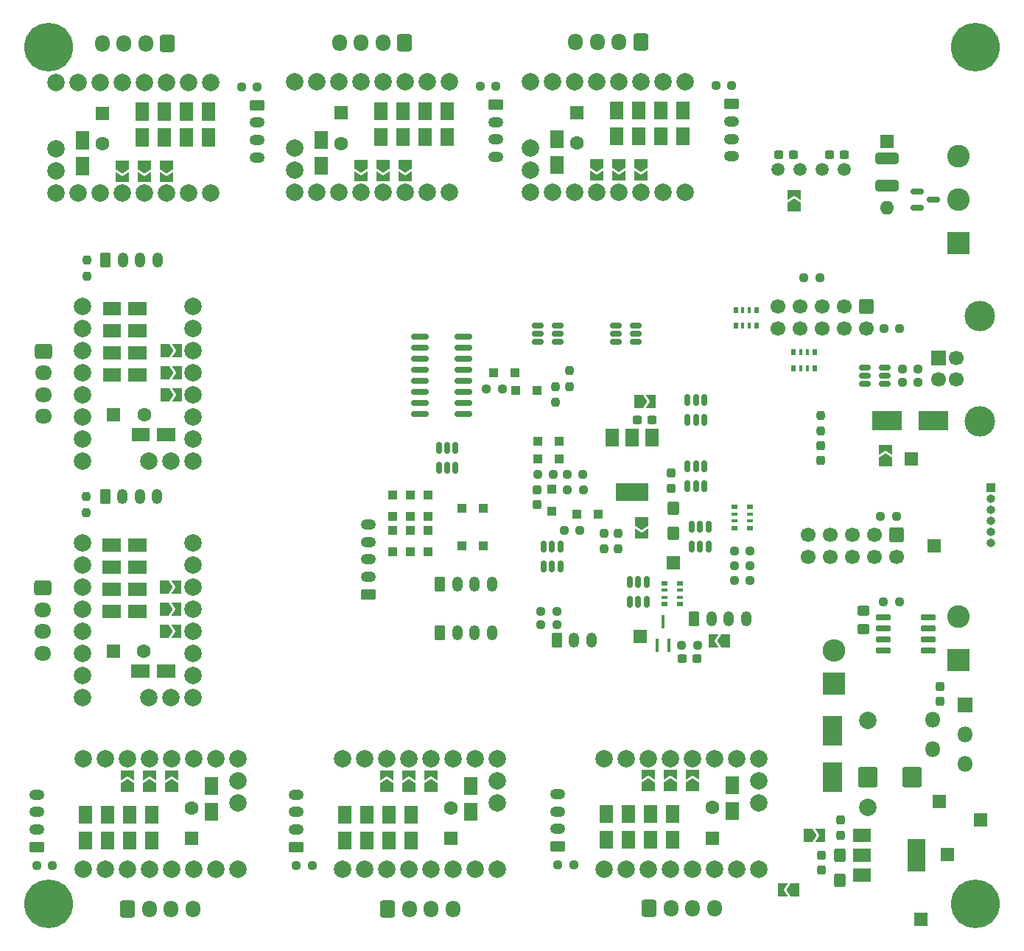
<source format=gbr>
%TF.GenerationSoftware,KiCad,Pcbnew,6.0.10*%
%TF.CreationDate,2023-05-02T14:48:46+03:00*%
%TF.ProjectId,multistepper,6d756c74-6973-4746-9570-7065722e6b69,rev?*%
%TF.SameCoordinates,Original*%
%TF.FileFunction,Soldermask,Bot*%
%TF.FilePolarity,Negative*%
%FSLAX46Y46*%
G04 Gerber Fmt 4.6, Leading zero omitted, Abs format (unit mm)*
G04 Created by KiCad (PCBNEW 6.0.10) date 2023-05-02 14:48:46*
%MOMM*%
%LPD*%
G01*
G04 APERTURE LIST*
G04 Aperture macros list*
%AMRoundRect*
0 Rectangle with rounded corners*
0 $1 Rounding radius*
0 $2 $3 $4 $5 $6 $7 $8 $9 X,Y pos of 4 corners*
0 Add a 4 corners polygon primitive as box body*
4,1,4,$2,$3,$4,$5,$6,$7,$8,$9,$2,$3,0*
0 Add four circle primitives for the rounded corners*
1,1,$1+$1,$2,$3*
1,1,$1+$1,$4,$5*
1,1,$1+$1,$6,$7*
1,1,$1+$1,$8,$9*
0 Add four rect primitives between the rounded corners*
20,1,$1+$1,$2,$3,$4,$5,0*
20,1,$1+$1,$4,$5,$6,$7,0*
20,1,$1+$1,$6,$7,$8,$9,0*
20,1,$1+$1,$8,$9,$2,$3,0*%
%AMFreePoly0*
4,1,6,1.000000,0.000000,0.500000,-0.750000,-0.500000,-0.750000,-0.500000,0.750000,0.500000,0.750000,1.000000,0.000000,1.000000,0.000000,$1*%
%AMFreePoly1*
4,1,6,0.500000,-0.750000,-0.650000,-0.750000,-0.150000,0.000000,-0.650000,0.750000,0.500000,0.750000,0.500000,-0.750000,0.500000,-0.750000,$1*%
G04 Aperture macros list end*
%ADD10RoundRect,0.250000X-0.350000X-0.625000X0.350000X-0.625000X0.350000X0.625000X-0.350000X0.625000X0*%
%ADD11O,1.200000X1.750000*%
%ADD12RoundRect,0.250000X0.625000X-0.350000X0.625000X0.350000X-0.625000X0.350000X-0.625000X-0.350000X0*%
%ADD13O,1.750000X1.200000*%
%ADD14RoundRect,0.250000X-0.625000X0.350000X-0.625000X-0.350000X0.625000X-0.350000X0.625000X0.350000X0*%
%ADD15RoundRect,0.250000X0.600000X0.725000X-0.600000X0.725000X-0.600000X-0.725000X0.600000X-0.725000X0*%
%ADD16O,1.700000X1.950000*%
%ADD17RoundRect,0.250000X-0.725000X0.600000X-0.725000X-0.600000X0.725000X-0.600000X0.725000X0.600000X0*%
%ADD18O,1.950000X1.700000*%
%ADD19RoundRect,0.250000X-0.600000X0.600000X-0.600000X-0.600000X0.600000X-0.600000X0.600000X0.600000X0*%
%ADD20C,1.700000*%
%ADD21C,5.600000*%
%ADD22R,1.600000X1.600000*%
%ADD23O,1.600000X1.600000*%
%ADD24C,1.600000*%
%ADD25C,2.000000*%
%ADD26R,2.600000X2.600000*%
%ADD27C,2.600000*%
%ADD28R,1.500000X1.500000*%
%ADD29R,1.000000X1.000000*%
%ADD30O,1.000000X1.000000*%
%ADD31RoundRect,0.250000X-0.600000X-0.725000X0.600000X-0.725000X0.600000X0.725000X-0.600000X0.725000X0*%
%ADD32C,1.500000*%
%ADD33O,2.600000X2.600000*%
%ADD34R,1.800000X1.800000*%
%ADD35O,1.800000X1.800000*%
%ADD36R,1.700000X1.700000*%
%ADD37C,3.500000*%
%ADD38RoundRect,0.150000X-0.512500X-0.150000X0.512500X-0.150000X0.512500X0.150000X-0.512500X0.150000X0*%
%ADD39FreePoly0,90.000000*%
%ADD40FreePoly0,270.000000*%
%ADD41FreePoly1,90.000000*%
%ADD42FreePoly0,180.000000*%
%ADD43FreePoly0,0.000000*%
%ADD44FreePoly1,0.000000*%
%ADD45RoundRect,0.237500X-0.250000X-0.237500X0.250000X-0.237500X0.250000X0.237500X-0.250000X0.237500X0*%
%ADD46FreePoly1,270.000000*%
%ADD47RoundRect,0.250000X-0.425000X0.537500X-0.425000X-0.537500X0.425000X-0.537500X0.425000X0.537500X0*%
%ADD48R,0.500000X0.800000*%
%ADD49R,0.400000X0.800000*%
%ADD50R,0.800000X0.500000*%
%ADD51R,0.800000X0.400000*%
%ADD52RoundRect,0.150000X-0.587500X-0.150000X0.587500X-0.150000X0.587500X0.150000X-0.587500X0.150000X0*%
%ADD53RoundRect,0.150000X-0.150000X0.512500X-0.150000X-0.512500X0.150000X-0.512500X0.150000X0.512500X0*%
%ADD54RoundRect,0.237500X0.250000X0.237500X-0.250000X0.237500X-0.250000X-0.237500X0.250000X-0.237500X0*%
%ADD55RoundRect,0.237500X-0.237500X0.300000X-0.237500X-0.300000X0.237500X-0.300000X0.237500X0.300000X0*%
%ADD56RoundRect,0.150000X0.825000X0.150000X-0.825000X0.150000X-0.825000X-0.150000X0.825000X-0.150000X0*%
%ADD57RoundRect,0.150000X0.512500X0.150000X-0.512500X0.150000X-0.512500X-0.150000X0.512500X-0.150000X0*%
%ADD58RoundRect,0.237500X-0.237500X0.250000X-0.237500X-0.250000X0.237500X-0.250000X0.237500X0.250000X0*%
%ADD59RoundRect,0.237500X0.300000X0.237500X-0.300000X0.237500X-0.300000X-0.237500X0.300000X-0.237500X0*%
%ADD60RoundRect,0.237500X0.237500X-0.250000X0.237500X0.250000X-0.237500X0.250000X-0.237500X-0.250000X0*%
%ADD61RoundRect,0.250000X0.450000X-0.325000X0.450000X0.325000X-0.450000X0.325000X-0.450000X-0.325000X0*%
%ADD62FreePoly1,180.000000*%
%ADD63R,2.300000X3.500000*%
%ADD64RoundRect,0.237500X0.237500X-0.300000X0.237500X0.300000X-0.237500X0.300000X-0.237500X-0.300000X0*%
%ADD65R,2.000000X1.500000*%
%ADD66R,2.000000X3.800000*%
%ADD67R,3.500000X2.300000*%
%ADD68RoundRect,0.237500X-0.300000X-0.237500X0.300000X-0.237500X0.300000X0.237500X-0.300000X0.237500X0*%
%ADD69RoundRect,0.250000X-0.875000X-0.925000X0.875000X-0.925000X0.875000X0.925000X-0.875000X0.925000X0*%
%ADD70R,0.450000X1.500000*%
%ADD71RoundRect,0.150000X-0.725000X-0.150000X0.725000X-0.150000X0.725000X0.150000X-0.725000X0.150000X0*%
%ADD72R,1.500000X2.000000*%
%ADD73R,3.800000X2.000000*%
%ADD74RoundRect,0.250000X-1.075000X0.400000X-1.075000X-0.400000X1.075000X-0.400000X1.075000X0.400000X0*%
G04 APERTURE END LIST*
D10*
%TO.C,J26*%
X65472000Y-93687600D03*
D11*
X67472000Y-93687600D03*
X69472000Y-93687600D03*
X71472000Y-93687600D03*
%TD*%
D12*
%TO.C,J24*%
X57604925Y-133934000D03*
D13*
X57604925Y-131934000D03*
X57604925Y-129934000D03*
X57604925Y-127934000D03*
%TD*%
D12*
%TO.C,J22*%
X87466000Y-133934000D03*
D13*
X87466000Y-131934000D03*
X87466000Y-129934000D03*
X87466000Y-127934000D03*
%TD*%
D12*
%TO.C,J20*%
X117526000Y-133874000D03*
D13*
X117526000Y-131874000D03*
X117526000Y-129874000D03*
X117526000Y-127874000D03*
%TD*%
D14*
%TO.C,J18*%
X137500450Y-48566000D03*
D13*
X137500450Y-50566000D03*
X137500450Y-52566000D03*
X137500450Y-54566000D03*
%TD*%
D14*
%TO.C,J16*%
X110395075Y-48627827D03*
D13*
X110395075Y-50627827D03*
X110395075Y-52627827D03*
X110395075Y-54627827D03*
%TD*%
D14*
%TO.C,J14*%
X82974000Y-48689654D03*
D13*
X82974000Y-50689654D03*
X82974000Y-52689654D03*
X82974000Y-54689654D03*
%TD*%
D10*
%TO.C,J11*%
X65500000Y-66500000D03*
D11*
X67500000Y-66500000D03*
X69500000Y-66500000D03*
X71500000Y-66500000D03*
%TD*%
D15*
%TO.C,J17*%
X99921075Y-41501827D03*
D16*
X97421075Y-41501827D03*
X94921075Y-41501827D03*
X92421075Y-41501827D03*
%TD*%
D17*
%TO.C,J12*%
X58374000Y-76974000D03*
D18*
X58374000Y-79474000D03*
X58374000Y-81974000D03*
X58374000Y-84474000D03*
%TD*%
D12*
%TO.C,J6*%
X95758000Y-104902000D03*
D13*
X95758000Y-102902000D03*
X95758000Y-100902000D03*
X95758000Y-98902000D03*
X95758000Y-96902000D03*
%TD*%
D19*
%TO.C,J2*%
X152958800Y-71840700D03*
D20*
X152958800Y-74380700D03*
X150418800Y-71840700D03*
X150418800Y-74380700D03*
X147878800Y-71840700D03*
X147878800Y-74380700D03*
X145338800Y-71840700D03*
X145338800Y-74380700D03*
X142798800Y-71840700D03*
X142798800Y-74380700D03*
%TD*%
D21*
%TO.C,H4*%
X165500000Y-140500000D03*
%TD*%
D22*
%TO.C,SW3*%
X155295600Y-52832000D03*
D23*
X155295600Y-60452000D03*
%TD*%
D22*
%TO.C,C24*%
X105246000Y-132978000D03*
D24*
X105246000Y-129478000D03*
%TD*%
D10*
%TO.C,J5*%
X103934000Y-103733600D03*
D11*
X105934000Y-103733600D03*
X107934000Y-103733600D03*
X109934000Y-103733600D03*
%TD*%
D25*
%TO.C,XX5*%
X140640000Y-123774000D03*
X138100000Y-123774000D03*
X135560000Y-123774000D03*
X133020000Y-123774000D03*
X130480000Y-123774000D03*
X127940000Y-123774000D03*
X125400000Y-123774000D03*
X122860000Y-123774000D03*
X122860000Y-136474000D03*
X125400000Y-136474000D03*
X127940000Y-136474000D03*
X130480000Y-136474000D03*
X133020000Y-136474000D03*
X135560000Y-136474000D03*
X138100000Y-136474000D03*
X140640000Y-136474000D03*
X140640000Y-126314000D03*
X140640000Y-128854000D03*
%TD*%
D10*
%TO.C,J13*%
X117380000Y-110194000D03*
D11*
X119380000Y-110194000D03*
X121380000Y-110194000D03*
%TD*%
D25*
%TO.C,XX8*%
X75572000Y-116801600D03*
X75572000Y-114261600D03*
X75572000Y-111721600D03*
X75572000Y-109181600D03*
X75572000Y-106641600D03*
X75572000Y-104101600D03*
X75572000Y-101561600D03*
X75572000Y-99021600D03*
X62872000Y-99021600D03*
X62872000Y-101561600D03*
X62872000Y-104101600D03*
X62872000Y-106641600D03*
X62872000Y-109181600D03*
X62872000Y-111721600D03*
X62872000Y-114261600D03*
X62872000Y-116801600D03*
X73032000Y-116801600D03*
X70492000Y-116801600D03*
%TD*%
%TO.C,XX3*%
X87281075Y-58727827D03*
X89821075Y-58727827D03*
X92361075Y-58727827D03*
X94901075Y-58727827D03*
X97441075Y-58727827D03*
X99981075Y-58727827D03*
X102521075Y-58727827D03*
X105061075Y-58727827D03*
X105061075Y-46027827D03*
X102521075Y-46027827D03*
X99981075Y-46027827D03*
X97441075Y-46027827D03*
X94901075Y-46027827D03*
X92361075Y-46027827D03*
X89821075Y-46027827D03*
X87281075Y-46027827D03*
X87281075Y-56187827D03*
X87281075Y-53647827D03*
%TD*%
D26*
%TO.C,J10*%
X163576000Y-112482000D03*
D27*
X163576000Y-107482000D03*
%TD*%
D19*
%TO.C,J3*%
X156464000Y-98044000D03*
D20*
X156464000Y-100584000D03*
X153924000Y-98044000D03*
X153924000Y-100584000D03*
X151384000Y-98044000D03*
X151384000Y-100584000D03*
X148844000Y-98044000D03*
X148844000Y-100584000D03*
X146304000Y-98044000D03*
X146304000Y-100584000D03*
%TD*%
D28*
%TO.C,TP3*%
X166090600Y-130860800D03*
%TD*%
D29*
%TO.C,J1*%
X167258600Y-92608400D03*
D30*
X167258600Y-93878400D03*
X167258600Y-95148400D03*
X167258600Y-96418400D03*
X167258600Y-97688400D03*
X167258600Y-98958400D03*
%TD*%
D21*
%TO.C,H1*%
X59000000Y-42000000D03*
%TD*%
D22*
%TO.C,C23*%
X135306000Y-132918000D03*
D24*
X135306000Y-129418000D03*
%TD*%
D15*
%TO.C,J19*%
X127026450Y-41440000D03*
D16*
X124526450Y-41440000D03*
X122026450Y-41440000D03*
X119526450Y-41440000D03*
%TD*%
D28*
%TO.C,TP2*%
X159258000Y-142240000D03*
%TD*%
D21*
%TO.C,H3*%
X59000000Y-140500000D03*
%TD*%
D31*
%TO.C,J23*%
X97940000Y-141060000D03*
D16*
X100440000Y-141060000D03*
X102940000Y-141060000D03*
X105440000Y-141060000D03*
%TD*%
D31*
%TO.C,J25*%
X68078925Y-141060000D03*
D16*
X70578925Y-141060000D03*
X73078925Y-141060000D03*
X75578925Y-141060000D03*
%TD*%
D25*
%TO.C,XX4*%
X114386450Y-58666000D03*
X116926450Y-58666000D03*
X119466450Y-58666000D03*
X122006450Y-58666000D03*
X124546450Y-58666000D03*
X127086450Y-58666000D03*
X129626450Y-58666000D03*
X132166450Y-58666000D03*
X132166450Y-45966000D03*
X129626450Y-45966000D03*
X127086450Y-45966000D03*
X124546450Y-45966000D03*
X122006450Y-45966000D03*
X119466450Y-45966000D03*
X116926450Y-45966000D03*
X114386450Y-45966000D03*
X114386450Y-56126000D03*
X114386450Y-53586000D03*
%TD*%
D21*
%TO.C,H2*%
X165500000Y-42000000D03*
%TD*%
D31*
%TO.C,J21*%
X128000000Y-141000000D03*
D16*
X130500000Y-141000000D03*
X133000000Y-141000000D03*
X135500000Y-141000000D03*
%TD*%
D22*
%TO.C,C21*%
X92615075Y-49583827D03*
D24*
X92615075Y-53083827D03*
%TD*%
D22*
%TO.C,C22*%
X119720450Y-49522000D03*
D24*
X119720450Y-53022000D03*
%TD*%
D32*
%TO.C,Q1*%
X142798800Y-56083200D03*
X145338800Y-56083200D03*
X147878800Y-56083200D03*
X150418800Y-56083200D03*
%TD*%
D25*
%TO.C,XX6*%
X110580000Y-123834000D03*
X108040000Y-123834000D03*
X105500000Y-123834000D03*
X102960000Y-123834000D03*
X100420000Y-123834000D03*
X97880000Y-123834000D03*
X95340000Y-123834000D03*
X92800000Y-123834000D03*
X92800000Y-136534000D03*
X95340000Y-136534000D03*
X97880000Y-136534000D03*
X100420000Y-136534000D03*
X102960000Y-136534000D03*
X105500000Y-136534000D03*
X108040000Y-136534000D03*
X110580000Y-136534000D03*
X110580000Y-126374000D03*
X110580000Y-128914000D03*
%TD*%
D26*
%TO.C,D26*%
X149250400Y-115194400D03*
D33*
X149250400Y-111384400D03*
%TD*%
D28*
%TO.C,TP6*%
X127000000Y-109728000D03*
%TD*%
D22*
%TO.C,C19*%
X66456000Y-84280000D03*
D24*
X69956000Y-84280000D03*
%TD*%
D34*
%TO.C,U5*%
X164287200Y-117602000D03*
D35*
X160587200Y-119302000D03*
X164287200Y-121002000D03*
X160587200Y-122702000D03*
X164287200Y-124402000D03*
%TD*%
D17*
%TO.C,J27*%
X58346000Y-104161600D03*
D18*
X58346000Y-106661600D03*
X58346000Y-109161600D03*
X58346000Y-111661600D03*
%TD*%
D10*
%TO.C,J7*%
X133144000Y-107704800D03*
D11*
X135144000Y-107704800D03*
X137144000Y-107704800D03*
X139144000Y-107704800D03*
%TD*%
D28*
%TO.C,TP4*%
X161366200Y-128701800D03*
%TD*%
D15*
%TO.C,J15*%
X72644000Y-41563654D03*
D16*
X70144000Y-41563654D03*
X67644000Y-41563654D03*
X65144000Y-41563654D03*
%TD*%
D25*
%TO.C,L1*%
X153162000Y-129409200D03*
X153162000Y-119409200D03*
%TD*%
D22*
%TO.C,C20*%
X65194000Y-49645654D03*
D24*
X65194000Y-53145654D03*
%TD*%
D25*
%TO.C,XX2*%
X59860000Y-58789654D03*
X62400000Y-58789654D03*
X64940000Y-58789654D03*
X67480000Y-58789654D03*
X70020000Y-58789654D03*
X72560000Y-58789654D03*
X75100000Y-58789654D03*
X77640000Y-58789654D03*
X77640000Y-46089654D03*
X75100000Y-46089654D03*
X72560000Y-46089654D03*
X70020000Y-46089654D03*
X67480000Y-46089654D03*
X64940000Y-46089654D03*
X62400000Y-46089654D03*
X59860000Y-46089654D03*
X59860000Y-56249654D03*
X59860000Y-53709654D03*
%TD*%
D26*
%TO.C,J9*%
X163576000Y-64516000D03*
D27*
X163576000Y-59516000D03*
X163576000Y-54516000D03*
%TD*%
D22*
%TO.C,C25*%
X75384925Y-132978000D03*
D24*
X75384925Y-129478000D03*
%TD*%
D25*
%TO.C,XX7*%
X80718925Y-123834000D03*
X78178925Y-123834000D03*
X75638925Y-123834000D03*
X73098925Y-123834000D03*
X70558925Y-123834000D03*
X68018925Y-123834000D03*
X65478925Y-123834000D03*
X62938925Y-123834000D03*
X62938925Y-136534000D03*
X65478925Y-136534000D03*
X68018925Y-136534000D03*
X70558925Y-136534000D03*
X73098925Y-136534000D03*
X75638925Y-136534000D03*
X78178925Y-136534000D03*
X80718925Y-136534000D03*
X80718925Y-126374000D03*
X80718925Y-128914000D03*
%TD*%
D10*
%TO.C,J4*%
X103934000Y-109321600D03*
D11*
X105934000Y-109321600D03*
X107934000Y-109321600D03*
X109934000Y-109321600D03*
%TD*%
D28*
%TO.C,TP8*%
X162255200Y-134823200D03*
%TD*%
%TO.C,TP5*%
X130810000Y-101244400D03*
%TD*%
D22*
%TO.C,C26*%
X66428000Y-111467600D03*
D24*
X69928000Y-111467600D03*
%TD*%
D25*
%TO.C,XX1*%
X75600000Y-89614000D03*
X75600000Y-87074000D03*
X75600000Y-84534000D03*
X75600000Y-81994000D03*
X75600000Y-79454000D03*
X75600000Y-76914000D03*
X75600000Y-74374000D03*
X75600000Y-71834000D03*
X62900000Y-71834000D03*
X62900000Y-74374000D03*
X62900000Y-76914000D03*
X62900000Y-79454000D03*
X62900000Y-81994000D03*
X62900000Y-84534000D03*
X62900000Y-87074000D03*
X62900000Y-89614000D03*
X73060000Y-89614000D03*
X70520000Y-89614000D03*
%TD*%
D36*
%TO.C,J8*%
X161290000Y-77730000D03*
D20*
X161290000Y-80230000D03*
X163290000Y-80230000D03*
X163290000Y-77730000D03*
D37*
X166000000Y-72960000D03*
X166000000Y-85000000D03*
%TD*%
D28*
%TO.C,TP1*%
X158167500Y-89348000D03*
%TD*%
D38*
%TO.C,D3*%
X115189000Y-75880000D03*
X115189000Y-74930000D03*
X115189000Y-73980000D03*
X117464000Y-73980000D03*
X117464000Y-74930000D03*
X117464000Y-75880000D03*
%TD*%
D28*
%TO.C,JP36*%
X126832450Y-49592000D03*
X126832450Y-51992000D03*
D39*
X126832450Y-52792000D03*
D40*
X126832450Y-48792000D03*
%TD*%
D28*
%TO.C,JP51*%
X100674000Y-132908000D03*
X100674000Y-130508000D03*
D40*
X100674000Y-129708000D03*
D39*
X100674000Y-133708000D03*
%TD*%
%TO.C,JP1*%
X144627600Y-60364200D03*
D41*
X144627600Y-58914200D03*
%TD*%
D28*
%TO.C,JP42*%
X137592000Y-129546000D03*
X137592000Y-127146000D03*
D40*
X137592000Y-126346000D03*
D39*
X137592000Y-130346000D03*
%TD*%
D28*
%TO.C,JP67*%
X68898000Y-106895600D03*
X66498000Y-106895600D03*
D42*
X69698000Y-106895600D03*
D43*
X65698000Y-106895600D03*
%TD*%
D39*
%TO.C,JP46*%
X130480000Y-127039000D03*
D41*
X130480000Y-125589000D03*
%TD*%
D28*
%TO.C,JP64*%
X66498000Y-101815600D03*
X68898000Y-101815600D03*
D42*
X69698000Y-101815600D03*
D43*
X65698000Y-101815600D03*
%TD*%
D28*
%TO.C,JP26*%
X90329075Y-52955827D03*
X90329075Y-55355827D03*
D39*
X90329075Y-56155827D03*
D40*
X90329075Y-52155827D03*
%TD*%
D28*
%TO.C,JP18*%
X62908000Y-55417654D03*
X62908000Y-53017654D03*
D39*
X62908000Y-56217654D03*
D40*
X62908000Y-52217654D03*
%TD*%
D43*
%TO.C,JP5*%
X126833800Y-82753200D03*
D44*
X128283800Y-82753200D03*
%TD*%
D45*
%TO.C,R5*%
X137771500Y-103276400D03*
X139596500Y-103276400D03*
%TD*%
D28*
%TO.C,TP7*%
X160731200Y-99314000D03*
%TD*%
D40*
%TO.C,JP38*%
X124546450Y-55401000D03*
D46*
X124546450Y-56851000D03*
%TD*%
D45*
%TO.C,R8*%
X118213500Y-97536000D03*
X120038500Y-97536000D03*
%TD*%
%TO.C,R12*%
X118619900Y-92913200D03*
X120444900Y-92913200D03*
%TD*%
D47*
%TO.C,C28*%
X149910800Y-134874000D03*
X149910800Y-137749000D03*
%TD*%
D29*
%TO.C,D20*%
X116840000Y-95331600D03*
X116840000Y-92831600D03*
%TD*%
%TO.C,D23*%
X112623600Y-81483200D03*
X115123600Y-81483200D03*
%TD*%
D43*
%TO.C,JP7*%
X146239400Y-132588000D03*
D44*
X147689400Y-132588000D03*
%TD*%
D48*
%TO.C,RN3*%
X147021400Y-78903400D03*
D49*
X146221400Y-78903400D03*
X145421400Y-78903400D03*
D48*
X144621400Y-78903400D03*
X144621400Y-77103400D03*
D49*
X145421400Y-77103400D03*
X146221400Y-77103400D03*
D48*
X147021400Y-77103400D03*
%TD*%
D40*
%TO.C,JP29*%
X94901075Y-55462827D03*
D46*
X94901075Y-56912827D03*
%TD*%
D43*
%TO.C,JP70*%
X72307000Y-106641600D03*
D44*
X73757000Y-106641600D03*
%TD*%
D29*
%TO.C,D10*%
X100584000Y-100056000D03*
X100584000Y-97556000D03*
%TD*%
%TO.C,D17*%
X100584000Y-95992000D03*
X100584000Y-93492000D03*
%TD*%
D28*
%TO.C,JP49*%
X93054000Y-130508000D03*
X93054000Y-132908000D03*
D40*
X93054000Y-129708000D03*
D39*
X93054000Y-133708000D03*
%TD*%
D28*
%TO.C,JP27*%
X97187075Y-49653827D03*
X97187075Y-52053827D03*
D39*
X97187075Y-52853827D03*
D40*
X97187075Y-48853827D03*
%TD*%
D28*
%TO.C,JP50*%
X107532000Y-127206000D03*
X107532000Y-129606000D03*
D40*
X107532000Y-126406000D03*
D39*
X107532000Y-130406000D03*
%TD*%
D50*
%TO.C,RN4*%
X137784000Y-97262800D03*
D51*
X137784000Y-96462800D03*
X137784000Y-95662800D03*
D50*
X137784000Y-94862800D03*
X139584000Y-94862800D03*
D51*
X139584000Y-95662800D03*
X139584000Y-96462800D03*
D50*
X139584000Y-97262800D03*
%TD*%
D28*
%TO.C,JP24*%
X102267075Y-52053827D03*
X102267075Y-49653827D03*
D39*
X102267075Y-52853827D03*
D40*
X102267075Y-48853827D03*
%TD*%
D52*
%TO.C,D24*%
X158828500Y-60487600D03*
X158828500Y-58587600D03*
X160703500Y-59537600D03*
%TD*%
D53*
%TO.C,D4*%
X103850400Y-88067300D03*
X104800400Y-88067300D03*
X105750400Y-88067300D03*
X105750400Y-90342300D03*
X104800400Y-90342300D03*
X103850400Y-90342300D03*
%TD*%
D43*
%TO.C,JP15*%
X72335000Y-76914000D03*
D44*
X73785000Y-76914000D03*
%TD*%
D54*
%TO.C,R16*%
X158900500Y-80524000D03*
X157075500Y-80524000D03*
%TD*%
D45*
%TO.C,R6*%
X109272700Y-81280000D03*
X111097700Y-81280000D03*
%TD*%
D28*
%TO.C,JP10*%
X72228000Y-86566000D03*
X69828000Y-86566000D03*
D42*
X73028000Y-86566000D03*
D43*
X69028000Y-86566000D03*
%TD*%
%TO.C,JP13*%
X72335000Y-81994000D03*
D44*
X73785000Y-81994000D03*
%TD*%
D55*
%TO.C,C29*%
X147828000Y-134875100D03*
X147828000Y-136600100D03*
%TD*%
D28*
%TO.C,JP8*%
X66526000Y-74628000D03*
X68926000Y-74628000D03*
D42*
X69726000Y-74628000D03*
D43*
X65726000Y-74628000D03*
%TD*%
D54*
%TO.C,R34*%
X147622900Y-68503800D03*
X145797900Y-68503800D03*
%TD*%
D56*
%TO.C,U7*%
X106615000Y-75311000D03*
X106615000Y-76581000D03*
X106615000Y-77851000D03*
X106615000Y-79121000D03*
X106615000Y-80391000D03*
X106615000Y-81661000D03*
X106615000Y-82931000D03*
X106615000Y-84201000D03*
X101665000Y-84201000D03*
X101665000Y-82931000D03*
X101665000Y-81661000D03*
X101665000Y-80391000D03*
X101665000Y-79121000D03*
X101665000Y-77851000D03*
X101665000Y-76581000D03*
X101665000Y-75311000D03*
%TD*%
D29*
%TO.C,D12*%
X106446000Y-99314000D03*
X108946000Y-99314000D03*
%TD*%
D57*
%TO.C,D2*%
X126492000Y-73980000D03*
X126492000Y-74930000D03*
X126492000Y-75880000D03*
X124217000Y-75880000D03*
X124217000Y-74930000D03*
X124217000Y-73980000D03*
%TD*%
D28*
%TO.C,JP66*%
X69800000Y-113753600D03*
X72200000Y-113753600D03*
D42*
X73000000Y-113753600D03*
D43*
X69000000Y-113753600D03*
%TD*%
D28*
%TO.C,JP48*%
X95594000Y-132908000D03*
X95594000Y-130508000D03*
D40*
X95594000Y-129708000D03*
D39*
X95594000Y-133708000D03*
%TD*%
D57*
%TO.C,U3*%
X155061500Y-78812000D03*
X155061500Y-79762000D03*
X155061500Y-80712000D03*
X152786500Y-80712000D03*
X152786500Y-79762000D03*
X152786500Y-78812000D03*
%TD*%
D45*
%TO.C,R28*%
X135671650Y-46423200D03*
X137496650Y-46423200D03*
%TD*%
D39*
%TO.C,JP63*%
X68018925Y-127099000D03*
D41*
X68018925Y-125649000D03*
%TD*%
D58*
%TO.C,R37*%
X124434600Y-97868100D03*
X124434600Y-99693100D03*
%TD*%
D29*
%TO.C,D19*%
X108946000Y-94996000D03*
X106446000Y-94996000D03*
%TD*%
D45*
%TO.C,R26*%
X81145200Y-46546854D03*
X82970200Y-46546854D03*
%TD*%
D28*
%TO.C,JP17*%
X77386000Y-49715654D03*
X77386000Y-52115654D03*
D39*
X77386000Y-52915654D03*
D40*
X77386000Y-48915654D03*
%TD*%
D45*
%TO.C,R27*%
X108566275Y-46485027D03*
X110391275Y-46485027D03*
%TD*%
D39*
%TO.C,JP45*%
X133020000Y-127039000D03*
D41*
X133020000Y-125589000D03*
%TD*%
D28*
%TO.C,JP25*%
X104807075Y-52053827D03*
X104807075Y-49653827D03*
D39*
X104807075Y-52853827D03*
D40*
X104807075Y-48853827D03*
%TD*%
D59*
%TO.C,C10*%
X144575700Y-54356000D03*
X142850700Y-54356000D03*
%TD*%
D60*
%TO.C,R32*%
X63329200Y-95516400D03*
X63329200Y-93691400D03*
%TD*%
D29*
%TO.C,D9*%
X98552000Y-100056000D03*
X98552000Y-97556000D03*
%TD*%
%TO.C,D15*%
X110103600Y-79400400D03*
X112603600Y-79400400D03*
%TD*%
D28*
%TO.C,JP28*%
X99727075Y-49653827D03*
X99727075Y-52053827D03*
D39*
X99727075Y-52853827D03*
D40*
X99727075Y-48853827D03*
%TD*%
D61*
%TO.C,D25*%
X152654000Y-108873400D03*
X152654000Y-106823400D03*
%TD*%
D45*
%TO.C,R19*%
X154941900Y-105765600D03*
X156766900Y-105765600D03*
%TD*%
D40*
%TO.C,JP37*%
X122006450Y-55401000D03*
D46*
X122006450Y-56851000D03*
%TD*%
D29*
%TO.C,D21*%
X115183600Y-89306400D03*
X117683600Y-89306400D03*
%TD*%
D28*
%TO.C,JP19*%
X69766000Y-49715654D03*
X69766000Y-52115654D03*
D39*
X69766000Y-52915654D03*
D40*
X69766000Y-48915654D03*
%TD*%
D54*
%TO.C,R7*%
X116992400Y-91084400D03*
X115167400Y-91084400D03*
%TD*%
D48*
%TO.C,RN1*%
X137941200Y-72201200D03*
D49*
X138741200Y-72201200D03*
X139541200Y-72201200D03*
D48*
X140341200Y-72201200D03*
X140341200Y-74001200D03*
D49*
X139541200Y-74001200D03*
X138741200Y-74001200D03*
D48*
X137941200Y-74001200D03*
%TD*%
D42*
%TO.C,JP4*%
X136804400Y-110236000D03*
D62*
X135354400Y-110236000D03*
%TD*%
D53*
%TO.C,D7*%
X132908000Y-97160500D03*
X133858000Y-97160500D03*
X134808000Y-97160500D03*
X134808000Y-99435500D03*
X133858000Y-99435500D03*
X132908000Y-99435500D03*
%TD*%
D28*
%TO.C,JP32*%
X129372450Y-51992000D03*
X129372450Y-49592000D03*
D39*
X129372450Y-52792000D03*
D40*
X129372450Y-48792000D03*
%TD*%
D39*
%TO.C,JP2*%
X155197900Y-89703600D03*
D41*
X155197900Y-88253600D03*
%TD*%
D28*
%TO.C,JP35*%
X124292450Y-49592000D03*
X124292450Y-51992000D03*
D39*
X124292450Y-52792000D03*
D40*
X124292450Y-48792000D03*
%TD*%
D63*
%TO.C,D27*%
X149098000Y-120548400D03*
X149098000Y-125948400D03*
%TD*%
D39*
%TO.C,JP61*%
X73098925Y-127099000D03*
D41*
X73098925Y-125649000D03*
%TD*%
D40*
%TO.C,JP3*%
X127101600Y-96557000D03*
D46*
X127101600Y-98007000D03*
%TD*%
D28*
%TO.C,JP58*%
X77670925Y-129606000D03*
X77670925Y-127206000D03*
D40*
X77670925Y-126406000D03*
D39*
X77670925Y-130406000D03*
%TD*%
D28*
%TO.C,JP44*%
X128194000Y-132848000D03*
X128194000Y-130448000D03*
D40*
X128194000Y-129648000D03*
D39*
X128194000Y-133648000D03*
%TD*%
D29*
%TO.C,D11*%
X102616000Y-100056000D03*
X102616000Y-97556000D03*
%TD*%
D43*
%TO.C,JP14*%
X72335000Y-79454000D03*
D44*
X73785000Y-79454000D03*
%TD*%
D40*
%TO.C,JP39*%
X127086450Y-55401000D03*
D46*
X127086450Y-56851000D03*
%TD*%
D54*
%TO.C,R30*%
X89294800Y-136076800D03*
X87469800Y-136076800D03*
%TD*%
D28*
%TO.C,JP57*%
X63192925Y-130508000D03*
X63192925Y-132908000D03*
D40*
X63192925Y-129708000D03*
D39*
X63192925Y-133708000D03*
%TD*%
D64*
%TO.C,C27*%
X150012400Y-132586900D03*
X150012400Y-130861900D03*
%TD*%
D28*
%TO.C,JP40*%
X125654000Y-130448000D03*
X125654000Y-132848000D03*
D40*
X125654000Y-129648000D03*
D39*
X125654000Y-133648000D03*
%TD*%
D59*
%TO.C,C11*%
X150418800Y-54356000D03*
X148693800Y-54356000D03*
%TD*%
D40*
%TO.C,JP30*%
X97441075Y-55462827D03*
D46*
X97441075Y-56912827D03*
%TD*%
D40*
%TO.C,JP21*%
X67480000Y-55524654D03*
D46*
X67480000Y-56974654D03*
%TD*%
D64*
%TO.C,C13*%
X161442400Y-117194500D03*
X161442400Y-115469500D03*
%TD*%
D40*
%TO.C,JP23*%
X72560000Y-55524654D03*
D46*
X72560000Y-56974654D03*
%TD*%
D65*
%TO.C,U8*%
X152450000Y-137174000D03*
X152450000Y-134874000D03*
D66*
X158750000Y-134874000D03*
D65*
X152450000Y-132574000D03*
%TD*%
D28*
%TO.C,JP20*%
X72306000Y-49715654D03*
X72306000Y-52115654D03*
D39*
X72306000Y-52915654D03*
D40*
X72306000Y-48915654D03*
%TD*%
D28*
%TO.C,JP12*%
X68926000Y-77168000D03*
X66526000Y-77168000D03*
D42*
X69726000Y-77168000D03*
D43*
X65726000Y-77168000D03*
%TD*%
D53*
%TO.C,D6*%
X125796000Y-103510500D03*
X126746000Y-103510500D03*
X127696000Y-103510500D03*
X127696000Y-105785500D03*
X126746000Y-105785500D03*
X125796000Y-105785500D03*
%TD*%
D54*
%TO.C,R17*%
X158900500Y-79000000D03*
X157075500Y-79000000D03*
%TD*%
D67*
%TO.C,D22*%
X155296000Y-84923000D03*
X160696000Y-84923000D03*
%TD*%
D68*
%TO.C,C12*%
X131776300Y-112318800D03*
X133501300Y-112318800D03*
%TD*%
D47*
%TO.C,C16*%
X130810000Y-94980900D03*
X130810000Y-97855900D03*
%TD*%
D64*
%TO.C,C18*%
X130505200Y-92708900D03*
X130505200Y-90983900D03*
%TD*%
D40*
%TO.C,JP22*%
X70020000Y-55524654D03*
D46*
X70020000Y-56974654D03*
%TD*%
D60*
%TO.C,R22*%
X118872000Y-81026000D03*
X118872000Y-79201000D03*
%TD*%
D29*
%TO.C,D16*%
X98552000Y-95992000D03*
X98552000Y-93492000D03*
%TD*%
D42*
%TO.C,JP6*%
X144743000Y-138836400D03*
D62*
X143293000Y-138836400D03*
%TD*%
D54*
%TO.C,R31*%
X59433725Y-136076800D03*
X57608725Y-136076800D03*
%TD*%
D29*
%TO.C,D13*%
X122174000Y-95656400D03*
X119674000Y-95656400D03*
%TD*%
D28*
%TO.C,JP56*%
X65732925Y-132908000D03*
X65732925Y-130508000D03*
D40*
X65732925Y-129708000D03*
D39*
X65732925Y-133708000D03*
%TD*%
D28*
%TO.C,JP60*%
X68272925Y-130508000D03*
X68272925Y-132908000D03*
D40*
X68272925Y-129708000D03*
D39*
X68272925Y-133708000D03*
%TD*%
D28*
%TO.C,JP65*%
X68898000Y-99275600D03*
X66498000Y-99275600D03*
D42*
X69698000Y-99275600D03*
D43*
X65698000Y-99275600D03*
%TD*%
D53*
%TO.C,D1*%
X132433000Y-82561000D03*
X133383000Y-82561000D03*
X134333000Y-82561000D03*
X134333000Y-84836000D03*
X133383000Y-84836000D03*
X132433000Y-84836000D03*
%TD*%
D29*
%TO.C,D18*%
X102616000Y-95992000D03*
X102616000Y-93492000D03*
%TD*%
D45*
%TO.C,R15*%
X137771500Y-101600000D03*
X139596500Y-101600000D03*
%TD*%
D28*
%TO.C,JP41*%
X123114000Y-132848000D03*
X123114000Y-130448000D03*
D40*
X123114000Y-129648000D03*
D39*
X123114000Y-133648000D03*
%TD*%
D60*
%TO.C,R1*%
X147726400Y-86154900D03*
X147726400Y-84329900D03*
%TD*%
D39*
%TO.C,JP55*%
X97880000Y-127099000D03*
D41*
X97880000Y-125649000D03*
%TD*%
D69*
%TO.C,C17*%
X153101200Y-125933200D03*
X158201200Y-125933200D03*
%TD*%
D53*
%TO.C,D8*%
X132433000Y-90181000D03*
X133383000Y-90181000D03*
X134333000Y-90181000D03*
X134333000Y-92456000D03*
X133383000Y-92456000D03*
X132433000Y-92456000D03*
%TD*%
D64*
%TO.C,C8*%
X115112800Y-94588500D03*
X115112800Y-92863500D03*
%TD*%
D39*
%TO.C,JP54*%
X100420000Y-127099000D03*
D41*
X100420000Y-125649000D03*
%TD*%
D50*
%TO.C,RN2*%
X131557600Y-103651200D03*
D51*
X131557600Y-104451200D03*
X131557600Y-105251200D03*
D50*
X131557600Y-106051200D03*
X129757600Y-106051200D03*
D51*
X129757600Y-105251200D03*
X129757600Y-104451200D03*
D50*
X129757600Y-103651200D03*
%TD*%
D54*
%TO.C,R29*%
X119354800Y-136016800D03*
X117529800Y-136016800D03*
%TD*%
D28*
%TO.C,JP33*%
X131912450Y-49592000D03*
X131912450Y-51992000D03*
D39*
X131912450Y-52792000D03*
D40*
X131912450Y-48792000D03*
%TD*%
D59*
%TO.C,C15*%
X128319700Y-84836000D03*
X126594700Y-84836000D03*
%TD*%
D28*
%TO.C,JP16*%
X74846000Y-49715654D03*
X74846000Y-52115654D03*
D39*
X74846000Y-52915654D03*
D40*
X74846000Y-48915654D03*
%TD*%
D53*
%TO.C,D5*%
X115890000Y-99446500D03*
X116840000Y-99446500D03*
X117790000Y-99446500D03*
X117790000Y-101721500D03*
X116840000Y-101721500D03*
X115890000Y-101721500D03*
%TD*%
D55*
%TO.C,C3*%
X147726400Y-87783500D03*
X147726400Y-89508500D03*
%TD*%
D45*
%TO.C,R20*%
X131726300Y-110744000D03*
X133551300Y-110744000D03*
%TD*%
D58*
%TO.C,R21*%
X122809000Y-97868100D03*
X122809000Y-99693100D03*
%TD*%
D54*
%TO.C,R4*%
X156436700Y-95986600D03*
X154611700Y-95986600D03*
%TD*%
D45*
%TO.C,R3*%
X154967300Y-74345800D03*
X156792300Y-74345800D03*
%TD*%
D39*
%TO.C,JP47*%
X127940000Y-127039000D03*
D41*
X127940000Y-125589000D03*
%TD*%
D54*
%TO.C,R13*%
X120394100Y-91084400D03*
X118569100Y-91084400D03*
%TD*%
D40*
%TO.C,JP31*%
X99981075Y-55462827D03*
D46*
X99981075Y-56912827D03*
%TD*%
D58*
%TO.C,R38*%
X117271800Y-81027900D03*
X117271800Y-82852900D03*
%TD*%
D29*
%TO.C,D14*%
X117683600Y-87274400D03*
X115183600Y-87274400D03*
%TD*%
D70*
%TO.C,U4*%
X130240800Y-110753200D03*
X128940800Y-110753200D03*
X129590800Y-108093200D03*
%TD*%
D71*
%TO.C,Q2*%
X154905000Y-111379000D03*
X154905000Y-110109000D03*
X154905000Y-108839000D03*
X154905000Y-107569000D03*
X160055000Y-107569000D03*
X160055000Y-108839000D03*
X160055000Y-110109000D03*
X160055000Y-111379000D03*
%TD*%
D28*
%TO.C,JP59*%
X70812925Y-130508000D03*
X70812925Y-132908000D03*
D40*
X70812925Y-129708000D03*
D39*
X70812925Y-133708000D03*
%TD*%
D45*
%TO.C,R24*%
X115571900Y-108407200D03*
X117396900Y-108407200D03*
%TD*%
D28*
%TO.C,JP34*%
X117434450Y-55294000D03*
X117434450Y-52894000D03*
D39*
X117434450Y-56094000D03*
D40*
X117434450Y-52094000D03*
%TD*%
D28*
%TO.C,JP43*%
X130734000Y-130448000D03*
X130734000Y-132848000D03*
D40*
X130734000Y-129648000D03*
D39*
X130734000Y-133648000D03*
%TD*%
D45*
%TO.C,R14*%
X137771500Y-99923600D03*
X139596500Y-99923600D03*
%TD*%
D28*
%TO.C,JP68*%
X68898000Y-104355600D03*
X66498000Y-104355600D03*
D42*
X69698000Y-104355600D03*
D43*
X65698000Y-104355600D03*
%TD*%
D45*
%TO.C,R25*%
X115571900Y-106883200D03*
X117396900Y-106883200D03*
%TD*%
D72*
%TO.C,U6*%
X123734800Y-86868000D03*
D73*
X126034800Y-93168000D03*
D72*
X126034800Y-86868000D03*
X128334800Y-86868000D03*
%TD*%
D43*
%TO.C,JP71*%
X72307000Y-104101600D03*
D44*
X73757000Y-104101600D03*
%TD*%
D43*
%TO.C,JP69*%
X72307000Y-109181600D03*
D44*
X73757000Y-109181600D03*
%TD*%
D39*
%TO.C,JP62*%
X70558925Y-127099000D03*
D41*
X70558925Y-125649000D03*
%TD*%
D74*
%TO.C,R18*%
X155295600Y-54838000D03*
X155295600Y-57938000D03*
%TD*%
D28*
%TO.C,JP11*%
X68926000Y-79708000D03*
X66526000Y-79708000D03*
D42*
X69726000Y-79708000D03*
D43*
X65726000Y-79708000D03*
%TD*%
D28*
%TO.C,JP52*%
X98134000Y-132908000D03*
X98134000Y-130508000D03*
D40*
X98134000Y-129708000D03*
D39*
X98134000Y-133708000D03*
%TD*%
D60*
%TO.C,R23*%
X63357200Y-68328800D03*
X63357200Y-66503800D03*
%TD*%
D28*
%TO.C,JP9*%
X68926000Y-72088000D03*
X66526000Y-72088000D03*
D42*
X69726000Y-72088000D03*
D43*
X65726000Y-72088000D03*
%TD*%
D39*
%TO.C,JP53*%
X102960000Y-127099000D03*
D41*
X102960000Y-125649000D03*
%TD*%
M02*

</source>
